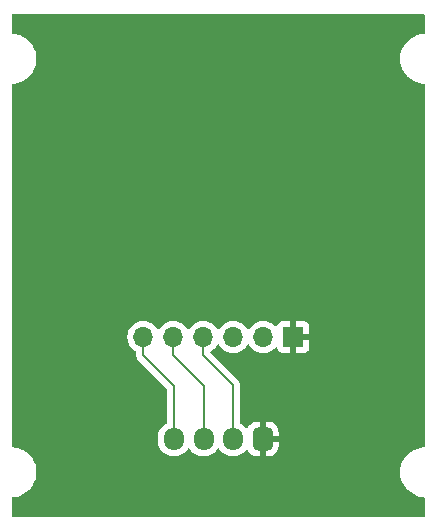
<source format=gbr>
%TF.GenerationSoftware,KiCad,Pcbnew,8.0.5*%
%TF.CreationDate,2025-02-28T15:26:59+09:00*%
%TF.ProjectId,PCB_HX711,5043425f-4858-4373-9131-2e6b69636164,rev?*%
%TF.SameCoordinates,Original*%
%TF.FileFunction,Copper,L1,Top*%
%TF.FilePolarity,Positive*%
%FSLAX46Y46*%
G04 Gerber Fmt 4.6, Leading zero omitted, Abs format (unit mm)*
G04 Created by KiCad (PCBNEW 8.0.5) date 2025-02-28 15:26:59*
%MOMM*%
%LPD*%
G01*
G04 APERTURE LIST*
G04 Aperture macros list*
%AMRoundRect*
0 Rectangle with rounded corners*
0 $1 Rounding radius*
0 $2 $3 $4 $5 $6 $7 $8 $9 X,Y pos of 4 corners*
0 Add a 4 corners polygon primitive as box body*
4,1,4,$2,$3,$4,$5,$6,$7,$8,$9,$2,$3,0*
0 Add four circle primitives for the rounded corners*
1,1,$1+$1,$2,$3*
1,1,$1+$1,$4,$5*
1,1,$1+$1,$6,$7*
1,1,$1+$1,$8,$9*
0 Add four rect primitives between the rounded corners*
20,1,$1+$1,$2,$3,$4,$5,0*
20,1,$1+$1,$4,$5,$6,$7,0*
20,1,$1+$1,$6,$7,$8,$9,0*
20,1,$1+$1,$8,$9,$2,$3,0*%
G04 Aperture macros list end*
%TA.AperFunction,ComponentPad*%
%ADD10R,1.700000X1.700000*%
%TD*%
%TA.AperFunction,ComponentPad*%
%ADD11O,1.700000X1.700000*%
%TD*%
%TA.AperFunction,ComponentPad*%
%ADD12O,1.700000X1.950000*%
%TD*%
%TA.AperFunction,ComponentPad*%
%ADD13RoundRect,0.425000X-0.425000X-0.550000X0.425000X-0.550000X0.425000X0.550000X-0.425000X0.550000X0*%
%TD*%
%TA.AperFunction,Conductor*%
%ADD14C,0.200000*%
%TD*%
G04 APERTURE END LIST*
D10*
%TO.P,J1,1,Pin_1*%
%TO.N,/GND*%
X130450000Y-79340000D03*
D11*
%TO.P,J1,2,Pin_2*%
%TO.N,unconnected-(J1-Pin_2-Pad2)*%
X127910000Y-79340000D03*
%TO.P,J1,3,Pin_3*%
%TO.N,unconnected-(J1-Pin_3-Pad3)*%
X125370000Y-79340000D03*
%TO.P,J1,4,Pin_4*%
%TO.N,/CLK*%
X122830000Y-79340000D03*
%TO.P,J1,5,Pin_5*%
%TO.N,/DAT*%
X120290000Y-79340000D03*
%TO.P,J1,6,Pin_6*%
%TO.N,/VDD*%
X117750000Y-79340000D03*
%TD*%
D12*
%TO.P,J2,1,Pin_1*%
%TO.N,/VDD*%
X120350000Y-87990000D03*
%TO.P,J2,2,Pin_2*%
%TO.N,/DAT*%
X122850000Y-87990000D03*
%TO.P,J2,3,Pin_3*%
%TO.N,/CLK*%
X125350000Y-87990000D03*
D13*
%TO.P,J2,4,Pin_4*%
%TO.N,/GND*%
X127850000Y-87990000D03*
%TD*%
D14*
%TO.N,/VDD*%
X117750000Y-79340000D02*
X117750000Y-80920000D01*
X120350000Y-83520000D02*
X120350000Y-87990000D01*
X117750000Y-80920000D02*
X120350000Y-83520000D01*
%TO.N,/DAT*%
X120290000Y-79340000D02*
X120290000Y-80920000D01*
X120290000Y-80920000D02*
X122850000Y-83480000D01*
X122850000Y-83480000D02*
X122850000Y-87990000D01*
%TO.N,/CLK*%
X122830000Y-80920000D02*
X125350000Y-83440000D01*
X122830000Y-79340000D02*
X122830000Y-80920000D01*
X125350000Y-83440000D02*
X125350000Y-87990000D01*
%TO.N,/GND*%
X130450000Y-79340000D02*
X130450000Y-80370000D01*
%TD*%
%TA.AperFunction,Conductor*%
%TO.N,/GND*%
G36*
X141543039Y-52009685D02*
G01*
X141588794Y-52062489D01*
X141600000Y-52114000D01*
X141600000Y-53575500D01*
X141580315Y-53642539D01*
X141527511Y-53688294D01*
X141476000Y-53699500D01*
X141456321Y-53699500D01*
X141171642Y-53738629D01*
X141171635Y-53738630D01*
X140963861Y-53796845D01*
X140894942Y-53816156D01*
X140894939Y-53816156D01*
X140894936Y-53816158D01*
X140894935Y-53816158D01*
X140631382Y-53930634D01*
X140385853Y-54079944D01*
X140162950Y-54261289D01*
X139966812Y-54471299D01*
X139801098Y-54706064D01*
X139668894Y-54961206D01*
X139572667Y-55231962D01*
X139572666Y-55231965D01*
X139514201Y-55513319D01*
X139494592Y-55800000D01*
X139514201Y-56086680D01*
X139572666Y-56368034D01*
X139572667Y-56368037D01*
X139668894Y-56638793D01*
X139668893Y-56638793D01*
X139801098Y-56893935D01*
X139966812Y-57128700D01*
X140051923Y-57219831D01*
X140162947Y-57338708D01*
X140385853Y-57520055D01*
X140631382Y-57669365D01*
X140818237Y-57750526D01*
X140894942Y-57783844D01*
X141171642Y-57861371D01*
X141421920Y-57895771D01*
X141456321Y-57900500D01*
X141476000Y-57900500D01*
X141543039Y-57920185D01*
X141588794Y-57972989D01*
X141600000Y-58024500D01*
X141600000Y-88575500D01*
X141580315Y-88642539D01*
X141527511Y-88688294D01*
X141476000Y-88699500D01*
X141456321Y-88699500D01*
X141171642Y-88738629D01*
X141171635Y-88738630D01*
X140963861Y-88796845D01*
X140894942Y-88816156D01*
X140894939Y-88816156D01*
X140894936Y-88816158D01*
X140894935Y-88816158D01*
X140631382Y-88930634D01*
X140385853Y-89079944D01*
X140162950Y-89261289D01*
X140162947Y-89261291D01*
X140162947Y-89261292D01*
X140154767Y-89270051D01*
X139966812Y-89471299D01*
X139801098Y-89706064D01*
X139668894Y-89961206D01*
X139572667Y-90231962D01*
X139572666Y-90231965D01*
X139514201Y-90513319D01*
X139494592Y-90800000D01*
X139514201Y-91086680D01*
X139572666Y-91368034D01*
X139572667Y-91368037D01*
X139668894Y-91638793D01*
X139668893Y-91638793D01*
X139801098Y-91893935D01*
X139966812Y-92128700D01*
X140051923Y-92219831D01*
X140162947Y-92338708D01*
X140385853Y-92520055D01*
X140631382Y-92669365D01*
X140818237Y-92750526D01*
X140894942Y-92783844D01*
X141171642Y-92861371D01*
X141421920Y-92895771D01*
X141456321Y-92900500D01*
X141476000Y-92900500D01*
X141543039Y-92920185D01*
X141588794Y-92972989D01*
X141600000Y-93024500D01*
X141600000Y-94486000D01*
X141580315Y-94553039D01*
X141527511Y-94598794D01*
X141476000Y-94610000D01*
X106724000Y-94610000D01*
X106656961Y-94590315D01*
X106611206Y-94537511D01*
X106600000Y-94486000D01*
X106600000Y-93024500D01*
X106619685Y-92957461D01*
X106672489Y-92911706D01*
X106724000Y-92900500D01*
X106743679Y-92900500D01*
X106774370Y-92896281D01*
X107028358Y-92861371D01*
X107305058Y-92783844D01*
X107418015Y-92734779D01*
X107568617Y-92669365D01*
X107568620Y-92669363D01*
X107568625Y-92669361D01*
X107814147Y-92520055D01*
X108037053Y-92338708D01*
X108233189Y-92128698D01*
X108398901Y-91893936D01*
X108531104Y-91638797D01*
X108627334Y-91368032D01*
X108685798Y-91086686D01*
X108705408Y-90800000D01*
X108685798Y-90513314D01*
X108627334Y-90231968D01*
X108531105Y-89961206D01*
X108531106Y-89961206D01*
X108398901Y-89706064D01*
X108233187Y-89471299D01*
X108135362Y-89366555D01*
X108037053Y-89261292D01*
X107814147Y-89079945D01*
X107814146Y-89079944D01*
X107568617Y-88930634D01*
X107305063Y-88816158D01*
X107305061Y-88816157D01*
X107305058Y-88816156D01*
X107175578Y-88779877D01*
X107028364Y-88738630D01*
X107028359Y-88738629D01*
X107028358Y-88738629D01*
X106886018Y-88719064D01*
X106743679Y-88699500D01*
X106743678Y-88699500D01*
X106724000Y-88699500D01*
X106656961Y-88679815D01*
X106611206Y-88627011D01*
X106600000Y-88575500D01*
X106600000Y-79339999D01*
X116394341Y-79339999D01*
X116394341Y-79340000D01*
X116414936Y-79575403D01*
X116414938Y-79575413D01*
X116476094Y-79803655D01*
X116476096Y-79803659D01*
X116476097Y-79803663D01*
X116556004Y-79975023D01*
X116575965Y-80017830D01*
X116575967Y-80017834D01*
X116684281Y-80172521D01*
X116711505Y-80211401D01*
X116878599Y-80378495D01*
X116955135Y-80432086D01*
X117072165Y-80514032D01*
X117072167Y-80514033D01*
X117072170Y-80514035D01*
X117077898Y-80516706D01*
X117130339Y-80562872D01*
X117149500Y-80629090D01*
X117149500Y-80833330D01*
X117149499Y-80833348D01*
X117149499Y-80999054D01*
X117149498Y-80999054D01*
X117190423Y-81151785D01*
X117219358Y-81201900D01*
X117219359Y-81201904D01*
X117219360Y-81201904D01*
X117269479Y-81288714D01*
X117269481Y-81288717D01*
X117388349Y-81407585D01*
X117388355Y-81407590D01*
X119713181Y-83732416D01*
X119746666Y-83793739D01*
X119749500Y-83820097D01*
X119749500Y-86579281D01*
X119729815Y-86646320D01*
X119681795Y-86689765D01*
X119642185Y-86709947D01*
X119642184Y-86709948D01*
X119470213Y-86834890D01*
X119319890Y-86985213D01*
X119194951Y-87157179D01*
X119098444Y-87346585D01*
X119032753Y-87548760D01*
X119023069Y-87609905D01*
X118999500Y-87758713D01*
X118999500Y-88221287D01*
X119032754Y-88431243D01*
X119096363Y-88627011D01*
X119098444Y-88633414D01*
X119194951Y-88822820D01*
X119319890Y-88994786D01*
X119470213Y-89145109D01*
X119642179Y-89270048D01*
X119642181Y-89270049D01*
X119642184Y-89270051D01*
X119831588Y-89366557D01*
X120033757Y-89432246D01*
X120243713Y-89465500D01*
X120243714Y-89465500D01*
X120456286Y-89465500D01*
X120456287Y-89465500D01*
X120666243Y-89432246D01*
X120868412Y-89366557D01*
X121057816Y-89270051D01*
X121157434Y-89197675D01*
X121229786Y-89145109D01*
X121229788Y-89145106D01*
X121229792Y-89145104D01*
X121380104Y-88994792D01*
X121499683Y-88830204D01*
X121555011Y-88787540D01*
X121624624Y-88781561D01*
X121686420Y-88814166D01*
X121700313Y-88830199D01*
X121787009Y-88949526D01*
X121819896Y-88994792D01*
X121970213Y-89145109D01*
X122142179Y-89270048D01*
X122142181Y-89270049D01*
X122142184Y-89270051D01*
X122331588Y-89366557D01*
X122533757Y-89432246D01*
X122743713Y-89465500D01*
X122743714Y-89465500D01*
X122956286Y-89465500D01*
X122956287Y-89465500D01*
X123166243Y-89432246D01*
X123368412Y-89366557D01*
X123557816Y-89270051D01*
X123657434Y-89197675D01*
X123729786Y-89145109D01*
X123729788Y-89145106D01*
X123729792Y-89145104D01*
X123880104Y-88994792D01*
X123999683Y-88830204D01*
X124055011Y-88787540D01*
X124124624Y-88781561D01*
X124186420Y-88814166D01*
X124200313Y-88830199D01*
X124287009Y-88949526D01*
X124319896Y-88994792D01*
X124470213Y-89145109D01*
X124642179Y-89270048D01*
X124642181Y-89270049D01*
X124642184Y-89270051D01*
X124831588Y-89366557D01*
X125033757Y-89432246D01*
X125243713Y-89465500D01*
X125243714Y-89465500D01*
X125456286Y-89465500D01*
X125456287Y-89465500D01*
X125666243Y-89432246D01*
X125868412Y-89366557D01*
X126057816Y-89270051D01*
X126157434Y-89197675D01*
X126229786Y-89145109D01*
X126229788Y-89145106D01*
X126229792Y-89145104D01*
X126380104Y-88994792D01*
X126401334Y-88965570D01*
X126456662Y-88922903D01*
X126526276Y-88916922D01*
X126588072Y-88949526D01*
X126612139Y-88982158D01*
X126644957Y-89046567D01*
X126767324Y-89197675D01*
X126918432Y-89320042D01*
X127091684Y-89408317D01*
X127279502Y-89458644D01*
X127360256Y-89464999D01*
X127360270Y-89465000D01*
X127600000Y-89465000D01*
X127600000Y-88394145D01*
X127666657Y-88432630D01*
X127787465Y-88465000D01*
X127912535Y-88465000D01*
X128033343Y-88432630D01*
X128100000Y-88394145D01*
X128100000Y-89465000D01*
X128339730Y-89465000D01*
X128339743Y-89464999D01*
X128420497Y-89458644D01*
X128608315Y-89408317D01*
X128781567Y-89320042D01*
X128932675Y-89197675D01*
X129055042Y-89046567D01*
X129143317Y-88873315D01*
X129193644Y-88685497D01*
X129199999Y-88604743D01*
X129200000Y-88604730D01*
X129200000Y-88240000D01*
X128254146Y-88240000D01*
X128292630Y-88173343D01*
X128325000Y-88052535D01*
X128325000Y-87927465D01*
X128292630Y-87806657D01*
X128254146Y-87740000D01*
X129200000Y-87740000D01*
X129200000Y-87375269D01*
X129199999Y-87375256D01*
X129193644Y-87294502D01*
X129143317Y-87106684D01*
X129055042Y-86933432D01*
X128932675Y-86782324D01*
X128781567Y-86659957D01*
X128608315Y-86571682D01*
X128420497Y-86521355D01*
X128339743Y-86515000D01*
X128100000Y-86515000D01*
X128100000Y-87585854D01*
X128033343Y-87547370D01*
X127912535Y-87515000D01*
X127787465Y-87515000D01*
X127666657Y-87547370D01*
X127600000Y-87585854D01*
X127600000Y-86515000D01*
X127360256Y-86515000D01*
X127279502Y-86521355D01*
X127091684Y-86571682D01*
X126918432Y-86659957D01*
X126767324Y-86782324D01*
X126644956Y-86933433D01*
X126644955Y-86933435D01*
X126612138Y-86997842D01*
X126564163Y-87048637D01*
X126496342Y-87065432D01*
X126430208Y-87042894D01*
X126401335Y-87014430D01*
X126380107Y-86985211D01*
X126229786Y-86834890D01*
X126057815Y-86709948D01*
X126057814Y-86709947D01*
X126018205Y-86689765D01*
X125967409Y-86641791D01*
X125950500Y-86579281D01*
X125950500Y-83360945D01*
X125950500Y-83360943D01*
X125909577Y-83208216D01*
X125909577Y-83208215D01*
X125909577Y-83208214D01*
X125876708Y-83151284D01*
X125853614Y-83111284D01*
X125830520Y-83071284D01*
X125718716Y-82959480D01*
X125718715Y-82959479D01*
X125714385Y-82955149D01*
X125714374Y-82955139D01*
X123473085Y-80713850D01*
X123439600Y-80652527D01*
X123444584Y-80582835D01*
X123486456Y-80526902D01*
X123503217Y-80516866D01*
X123503144Y-80516740D01*
X123507823Y-80514037D01*
X123507830Y-80514035D01*
X123701401Y-80378495D01*
X123868495Y-80211401D01*
X123998425Y-80025842D01*
X124053002Y-79982217D01*
X124122500Y-79975023D01*
X124184855Y-80006546D01*
X124201575Y-80025842D01*
X124331500Y-80211395D01*
X124331505Y-80211401D01*
X124498599Y-80378495D01*
X124575135Y-80432086D01*
X124692165Y-80514032D01*
X124692167Y-80514033D01*
X124692170Y-80514035D01*
X124906337Y-80613903D01*
X125134592Y-80675063D01*
X125305319Y-80690000D01*
X125369999Y-80695659D01*
X125370000Y-80695659D01*
X125370001Y-80695659D01*
X125434681Y-80690000D01*
X125605408Y-80675063D01*
X125833663Y-80613903D01*
X126047830Y-80514035D01*
X126241401Y-80378495D01*
X126408495Y-80211401D01*
X126538425Y-80025842D01*
X126593002Y-79982217D01*
X126662500Y-79975023D01*
X126724855Y-80006546D01*
X126741575Y-80025842D01*
X126871500Y-80211395D01*
X126871505Y-80211401D01*
X127038599Y-80378495D01*
X127115135Y-80432086D01*
X127232165Y-80514032D01*
X127232167Y-80514033D01*
X127232170Y-80514035D01*
X127446337Y-80613903D01*
X127674592Y-80675063D01*
X127845319Y-80690000D01*
X127909999Y-80695659D01*
X127910000Y-80695659D01*
X127910001Y-80695659D01*
X127974681Y-80690000D01*
X128145408Y-80675063D01*
X128373663Y-80613903D01*
X128587830Y-80514035D01*
X128781401Y-80378495D01*
X128903717Y-80256178D01*
X128965036Y-80222696D01*
X129034728Y-80227680D01*
X129090662Y-80269551D01*
X129107577Y-80300528D01*
X129156646Y-80432088D01*
X129156649Y-80432093D01*
X129242809Y-80547187D01*
X129242812Y-80547190D01*
X129357906Y-80633350D01*
X129357913Y-80633354D01*
X129492620Y-80683596D01*
X129492627Y-80683598D01*
X129552155Y-80689999D01*
X129552172Y-80690000D01*
X130200000Y-80690000D01*
X130200000Y-79773012D01*
X130257007Y-79805925D01*
X130384174Y-79840000D01*
X130515826Y-79840000D01*
X130642993Y-79805925D01*
X130700000Y-79773012D01*
X130700000Y-80690000D01*
X131347828Y-80690000D01*
X131347844Y-80689999D01*
X131407372Y-80683598D01*
X131407379Y-80683596D01*
X131542086Y-80633354D01*
X131542093Y-80633350D01*
X131657187Y-80547190D01*
X131657190Y-80547187D01*
X131743350Y-80432093D01*
X131743354Y-80432086D01*
X131793596Y-80297379D01*
X131793598Y-80297372D01*
X131799999Y-80237844D01*
X131800000Y-80237827D01*
X131800000Y-79590000D01*
X130883012Y-79590000D01*
X130915925Y-79532993D01*
X130950000Y-79405826D01*
X130950000Y-79274174D01*
X130915925Y-79147007D01*
X130883012Y-79090000D01*
X131800000Y-79090000D01*
X131800000Y-78442172D01*
X131799999Y-78442155D01*
X131793598Y-78382627D01*
X131793596Y-78382620D01*
X131743354Y-78247913D01*
X131743350Y-78247906D01*
X131657190Y-78132812D01*
X131657187Y-78132809D01*
X131542093Y-78046649D01*
X131542086Y-78046645D01*
X131407379Y-77996403D01*
X131407372Y-77996401D01*
X131347844Y-77990000D01*
X130700000Y-77990000D01*
X130700000Y-78906988D01*
X130642993Y-78874075D01*
X130515826Y-78840000D01*
X130384174Y-78840000D01*
X130257007Y-78874075D01*
X130200000Y-78906988D01*
X130200000Y-77990000D01*
X129552155Y-77990000D01*
X129492627Y-77996401D01*
X129492620Y-77996403D01*
X129357913Y-78046645D01*
X129357906Y-78046649D01*
X129242812Y-78132809D01*
X129242809Y-78132812D01*
X129156649Y-78247906D01*
X129156645Y-78247913D01*
X129107578Y-78379470D01*
X129065707Y-78435404D01*
X129000242Y-78459821D01*
X128931969Y-78444969D01*
X128903715Y-78423819D01*
X128859366Y-78379470D01*
X128781401Y-78301505D01*
X128781397Y-78301502D01*
X128781396Y-78301501D01*
X128587834Y-78165967D01*
X128587830Y-78165965D01*
X128516727Y-78132809D01*
X128373663Y-78066097D01*
X128373659Y-78066096D01*
X128373655Y-78066094D01*
X128145413Y-78004938D01*
X128145403Y-78004936D01*
X127910001Y-77984341D01*
X127909999Y-77984341D01*
X127674596Y-78004936D01*
X127674586Y-78004938D01*
X127446344Y-78066094D01*
X127446335Y-78066098D01*
X127232171Y-78165964D01*
X127232169Y-78165965D01*
X127038597Y-78301505D01*
X126871505Y-78468597D01*
X126741575Y-78654158D01*
X126686998Y-78697783D01*
X126617500Y-78704977D01*
X126555145Y-78673454D01*
X126538425Y-78654158D01*
X126408494Y-78468597D01*
X126241402Y-78301506D01*
X126241395Y-78301501D01*
X126047834Y-78165967D01*
X126047830Y-78165965D01*
X125976727Y-78132809D01*
X125833663Y-78066097D01*
X125833659Y-78066096D01*
X125833655Y-78066094D01*
X125605413Y-78004938D01*
X125605403Y-78004936D01*
X125370001Y-77984341D01*
X125369999Y-77984341D01*
X125134596Y-78004936D01*
X125134586Y-78004938D01*
X124906344Y-78066094D01*
X124906335Y-78066098D01*
X124692171Y-78165964D01*
X124692169Y-78165965D01*
X124498597Y-78301505D01*
X124331505Y-78468597D01*
X124201575Y-78654158D01*
X124146998Y-78697783D01*
X124077500Y-78704977D01*
X124015145Y-78673454D01*
X123998425Y-78654158D01*
X123868494Y-78468597D01*
X123701402Y-78301506D01*
X123701395Y-78301501D01*
X123507834Y-78165967D01*
X123507830Y-78165965D01*
X123436727Y-78132809D01*
X123293663Y-78066097D01*
X123293659Y-78066096D01*
X123293655Y-78066094D01*
X123065413Y-78004938D01*
X123065403Y-78004936D01*
X122830001Y-77984341D01*
X122829999Y-77984341D01*
X122594596Y-78004936D01*
X122594586Y-78004938D01*
X122366344Y-78066094D01*
X122366335Y-78066098D01*
X122152171Y-78165964D01*
X122152169Y-78165965D01*
X121958597Y-78301505D01*
X121791505Y-78468597D01*
X121661575Y-78654158D01*
X121606998Y-78697783D01*
X121537500Y-78704977D01*
X121475145Y-78673454D01*
X121458425Y-78654158D01*
X121328494Y-78468597D01*
X121161402Y-78301506D01*
X121161395Y-78301501D01*
X120967834Y-78165967D01*
X120967830Y-78165965D01*
X120896727Y-78132809D01*
X120753663Y-78066097D01*
X120753659Y-78066096D01*
X120753655Y-78066094D01*
X120525413Y-78004938D01*
X120525403Y-78004936D01*
X120290001Y-77984341D01*
X120289999Y-77984341D01*
X120054596Y-78004936D01*
X120054586Y-78004938D01*
X119826344Y-78066094D01*
X119826335Y-78066098D01*
X119612171Y-78165964D01*
X119612169Y-78165965D01*
X119418597Y-78301505D01*
X119251505Y-78468597D01*
X119121575Y-78654158D01*
X119066998Y-78697783D01*
X118997500Y-78704977D01*
X118935145Y-78673454D01*
X118918425Y-78654158D01*
X118788494Y-78468597D01*
X118621402Y-78301506D01*
X118621395Y-78301501D01*
X118427834Y-78165967D01*
X118427830Y-78165965D01*
X118356727Y-78132809D01*
X118213663Y-78066097D01*
X118213659Y-78066096D01*
X118213655Y-78066094D01*
X117985413Y-78004938D01*
X117985403Y-78004936D01*
X117750001Y-77984341D01*
X117749999Y-77984341D01*
X117514596Y-78004936D01*
X117514586Y-78004938D01*
X117286344Y-78066094D01*
X117286335Y-78066098D01*
X117072171Y-78165964D01*
X117072169Y-78165965D01*
X116878597Y-78301505D01*
X116711505Y-78468597D01*
X116575965Y-78662169D01*
X116575964Y-78662171D01*
X116476098Y-78876335D01*
X116476094Y-78876344D01*
X116414938Y-79104586D01*
X116414936Y-79104596D01*
X116394341Y-79339999D01*
X106600000Y-79339999D01*
X106600000Y-58024500D01*
X106619685Y-57957461D01*
X106672489Y-57911706D01*
X106724000Y-57900500D01*
X106743679Y-57900500D01*
X106774370Y-57896281D01*
X107028358Y-57861371D01*
X107305058Y-57783844D01*
X107418015Y-57734779D01*
X107568617Y-57669365D01*
X107568620Y-57669363D01*
X107568625Y-57669361D01*
X107814147Y-57520055D01*
X108037053Y-57338708D01*
X108233189Y-57128698D01*
X108398901Y-56893936D01*
X108531104Y-56638797D01*
X108627334Y-56368032D01*
X108685798Y-56086686D01*
X108705408Y-55800000D01*
X108685798Y-55513314D01*
X108627334Y-55231968D01*
X108531105Y-54961206D01*
X108531106Y-54961206D01*
X108398901Y-54706064D01*
X108233187Y-54471299D01*
X108154554Y-54387105D01*
X108037053Y-54261292D01*
X107814147Y-54079945D01*
X107814146Y-54079944D01*
X107568617Y-53930634D01*
X107305063Y-53816158D01*
X107305061Y-53816157D01*
X107305058Y-53816156D01*
X107175578Y-53779877D01*
X107028364Y-53738630D01*
X107028359Y-53738629D01*
X107028358Y-53738629D01*
X106886018Y-53719064D01*
X106743679Y-53699500D01*
X106743678Y-53699500D01*
X106724000Y-53699500D01*
X106656961Y-53679815D01*
X106611206Y-53627011D01*
X106600000Y-53575500D01*
X106600000Y-52114000D01*
X106619685Y-52046961D01*
X106672489Y-52001206D01*
X106724000Y-51990000D01*
X141476000Y-51990000D01*
X141543039Y-52009685D01*
G37*
%TD.AperFunction*%
%TD*%
M02*

</source>
